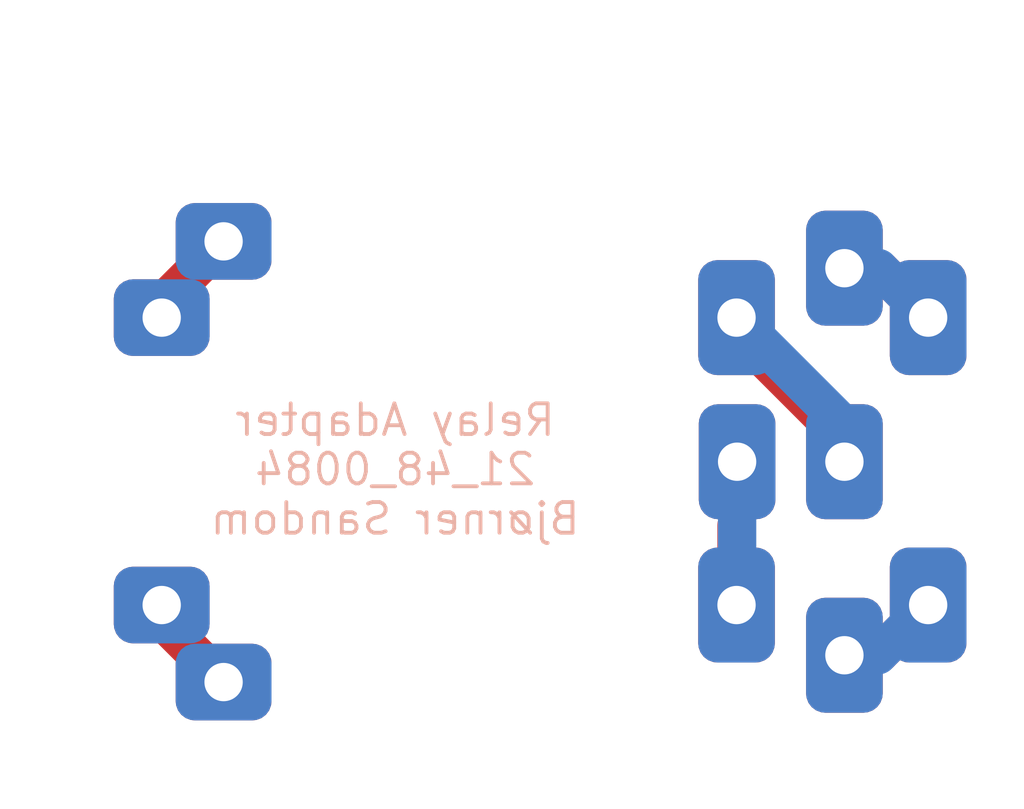
<source format=kicad_pcb>
(kicad_pcb (version 20171130) (host pcbnew "(5.1.10)-1")

  (general
    (thickness 1.6)
    (drawings 5)
    (tracks 20)
    (zones 0)
    (modules 2)
    (nets 7)
  )

  (page A4)
  (layers
    (0 F.Cu signal)
    (31 B.Cu signal)
    (32 B.Adhes user)
    (33 F.Adhes user)
    (34 B.Paste user)
    (35 F.Paste user)
    (36 B.SilkS user)
    (37 F.SilkS user)
    (38 B.Mask user)
    (39 F.Mask user)
    (40 Dwgs.User user)
    (41 Cmts.User user)
    (42 Eco1.User user)
    (43 Eco2.User user)
    (44 Edge.Cuts user)
    (45 Margin user)
    (46 B.CrtYd user)
    (47 F.CrtYd user)
    (48 B.Fab user)
    (49 F.Fab user)
  )

  (setup
    (last_trace_width 0.25)
    (trace_clearance 0.2)
    (zone_clearance 0.508)
    (zone_45_only no)
    (trace_min 0.2)
    (via_size 0.8)
    (via_drill 0.4)
    (via_min_size 0.4)
    (via_min_drill 0.3)
    (uvia_size 0.3)
    (uvia_drill 0.1)
    (uvias_allowed no)
    (uvia_min_size 0.2)
    (uvia_min_drill 0.1)
    (edge_width 0.05)
    (segment_width 0.2)
    (pcb_text_width 0.3)
    (pcb_text_size 1.5 1.5)
    (mod_edge_width 0.12)
    (mod_text_size 1 1)
    (mod_text_width 0.15)
    (pad_size 1.524 1.524)
    (pad_drill 0.762)
    (pad_to_mask_clearance 0)
    (aux_axis_origin 0 0)
    (visible_elements 7FFFFFFF)
    (pcbplotparams
      (layerselection 0x010f0_ffffffff)
      (usegerberextensions true)
      (usegerberattributes true)
      (usegerberadvancedattributes true)
      (creategerberjobfile false)
      (excludeedgelayer true)
      (linewidth 0.100000)
      (plotframeref false)
      (viasonmask false)
      (mode 1)
      (useauxorigin false)
      (hpglpennumber 1)
      (hpglpenspeed 20)
      (hpglpendiameter 15.000000)
      (psnegative false)
      (psa4output false)
      (plotreference true)
      (plotvalue false)
      (plotinvisibletext false)
      (padsonsilk false)
      (subtractmaskfromsilk true)
      (outputformat 1)
      (mirror false)
      (drillshape 0)
      (scaleselection 1)
      (outputdirectory "gerber/"))
  )

  (net 0 "")
  (net 1 "Net-(K1-Pad6)")
  (net 2 "Net-(K1-Pad5)")
  (net 3 "Net-(K1-Pad4)")
  (net 4 "Net-(K1-Pad3)")
  (net 5 "Net-(K1-Pad2)")
  (net 6 "Net-(K1-Pad1)")

  (net_class Default "This is the default net class."
    (clearance 0.2)
    (trace_width 0.25)
    (via_dia 0.8)
    (via_drill 0.4)
    (uvia_dia 0.3)
    (uvia_drill 0.1)
    (add_net "Net-(K1-Pad1)")
    (add_net "Net-(K1-Pad2)")
    (add_net "Net-(K1-Pad3)")
    (add_net "Net-(K1-Pad4)")
    (add_net "Net-(K1-Pad5)")
    (add_net "Net-(K1-Pad6)")
  )

  (module myDevices:Relay_Huldra11 (layer F.Cu) (tedit 61A64686) (tstamp 61A6B341)
    (at 145.125 76.25)
    (path /61A6C673)
    (fp_text reference K2 (at 0 -4.2) (layer F.SilkS) hide
      (effects (font (size 1 1) (thickness 0.15)))
    )
    (fp_text value Relay_Huldra11 (at 0.1 -3.1) (layer F.Fab)
      (effects (font (size 1 1) (thickness 0.15)))
    )
    (fp_line (start -3.5 -3.25) (end 19.5 -3.25) (layer F.CrtYd) (width 0.12))
    (fp_line (start 19.5 -3.25) (end 19.5 14.75) (layer F.CrtYd) (width 0.12))
    (fp_line (start -3.5 14.75) (end -3.5 -3.25) (layer F.CrtYd) (width 0.12))
    (fp_line (start -3.5 14.75) (end 19.5 14.75) (layer F.CrtYd) (width 0.12))
    (pad 10 thru_hole roundrect (at 16.2 10.8) (size 2 3) (drill 1) (layers *.Cu *.Mask) (roundrect_rratio 0.25)
      (net 1 "Net-(K1-Pad6)"))
    (pad 6 thru_hole roundrect (at 16.2 5.75) (size 2 3) (drill 1) (layers *.Cu *.Mask) (roundrect_rratio 0.25)
      (net 4 "Net-(K1-Pad3)"))
    (pad 7 thru_hole roundrect (at 16.2 0.7) (size 2 3) (drill 1) (layers *.Cu *.Mask) (roundrect_rratio 0.25)
      (net 3 "Net-(K1-Pad4)"))
    (pad 9 thru_hole roundrect (at 13.4 5.75) (size 2 3) (drill 1) (layers *.Cu *.Mask) (roundrect_rratio 0.25)
      (net 2 "Net-(K1-Pad5)"))
    (pad 4 thru_hole roundrect (at 0 11.5) (size 2.5 2) (drill 1) (layers *.Cu *.Mask) (roundrect_rratio 0.25)
      (net 5 "Net-(K1-Pad2)"))
    (pad 1 thru_hole roundrect (at 0 0) (size 2.5 2) (drill 1) (layers *.Cu *.Mask) (roundrect_rratio 0.25)
      (net 6 "Net-(K1-Pad1)"))
  )

  (module myDevices:Relay_OSA-SS-224DM5 (layer F.Cu) (tedit 61A64165) (tstamp 61A69C66)
    (at 143.510001 78.240001)
    (path /61A6556C)
    (fp_text reference K1 (at 0 -4.2) (layer F.SilkS) hide
      (effects (font (size 1 1) (thickness 0.15)))
    )
    (fp_text value Relay_OSA-SS-224DM5 (at 9.689999 -7.440001) (layer F.Fab)
      (effects (font (size 1 1) (thickness 0.15)))
    )
    (fp_line (start -2.3 10.3) (end -2.3 -2.8) (layer F.CrtYd) (width 0.12))
    (fp_line (start 22.3 10.3) (end -2.3 10.3) (layer F.CrtYd) (width 0.12))
    (fp_line (start 22.3 -2.8) (end 22.3 10.3) (layer F.CrtYd) (width 0.12))
    (fp_line (start -2.3 -2.8) (end 22.3 -2.8) (layer F.CrtYd) (width 0.12))
    (pad 6 thru_hole roundrect (at 20 7.5) (size 2 3) (drill 1) (layers *.Cu *.Mask) (roundrect_rratio 0.25)
      (net 1 "Net-(K1-Pad6)"))
    (pad 5 thru_hole roundrect (at 15 7.5) (size 2 3) (drill 1) (layers *.Cu *.Mask) (roundrect_rratio 0.25)
      (net 2 "Net-(K1-Pad5)"))
    (pad 4 thru_hole roundrect (at 20 0) (size 2 3) (drill 1) (layers *.Cu *.Mask) (roundrect_rratio 0.25)
      (net 3 "Net-(K1-Pad4)"))
    (pad 3 thru_hole roundrect (at 15 0) (size 2 3) (drill 1) (layers *.Cu *.Mask) (roundrect_rratio 0.25)
      (net 4 "Net-(K1-Pad3)"))
    (pad 2 thru_hole roundrect (at 0 7.5) (size 2.5 2) (drill 1) (layers *.Cu *.Mask) (roundrect_rratio 0.25)
      (net 5 "Net-(K1-Pad2)"))
    (pad 1 thru_hole roundrect (at 0 0) (size 2.5 2) (drill 1) (layers *.Cu *.Mask) (roundrect_rratio 0.25)
      (net 6 "Net-(K1-Pad1)"))
  )

  (gr_line (start 141 89) (end 141 75) (layer Dwgs.User) (width 0.05) (tstamp 61A76DB8))
  (gr_line (start 166 89) (end 141 89) (layer Dwgs.User) (width 0.05))
  (gr_line (start 166 75) (end 166 89) (layer Dwgs.User) (width 0.05))
  (gr_line (start 141 75) (end 166 75) (layer Dwgs.User) (width 0.05))
  (gr_text "Relay Adapter\n21_48_0084\nBjørner Sandom" (at 149.6 82.2) (layer B.SilkS) (tstamp 61A76C08)
    (effects (font (size 0.8 0.8) (thickness 0.1)) (justify mirror))
  )

  (segment (start 162.250002 87) (end 163.510001 85.740001) (width 1) (layer F.Cu) (net 1) (tstamp 61A76BDE))
  (segment (start 161.325 87) (end 162.250002 87) (width 1) (layer F.Cu) (net 1) (tstamp 61A76BEA))
  (segment (start 162.200002 87.05) (end 163.510001 85.740001) (width 1) (layer B.Cu) (net 1) (tstamp 61A76BDB))
  (segment (start 161.325 87.05) (end 162.200002 87.05) (width 1) (layer B.Cu) (net 1) (tstamp 61A76BCC))
  (segment (start 158.510001 85.740001) (end 158.510001 83.664999) (width 1) (layer F.Cu) (net 2) (tstamp 61A76BF6))
  (segment (start 158.525 82) (end 158.525 85.725002) (width 1) (layer B.Cu) (net 2) (tstamp 61A76BD8))
  (segment (start 158.525 85.725002) (end 158.510001 85.740001) (width 1) (layer B.Cu) (net 2) (tstamp 61A76BF3))
  (segment (start 162.27 77) (end 163.510001 78.240001) (width 1) (layer F.Cu) (net 3) (tstamp 61A76BCF))
  (segment (start 161.325 77) (end 162.27 77) (width 1) (layer F.Cu) (net 3) (tstamp 61A76BD5))
  (segment (start 162.22 76.95) (end 163.510001 78.240001) (width 1) (layer B.Cu) (net 3) (tstamp 61A76BE1))
  (segment (start 161.325 76.95) (end 162.22 76.95) (width 1) (layer B.Cu) (net 3) (tstamp 61A76BD2))
  (segment (start 161.325 81.055) (end 158.510001 78.240001) (width 1) (layer B.Cu) (net 4) (tstamp 61A76BF0))
  (segment (start 161.325 82) (end 161.325 81.055) (width 1) (layer B.Cu) (net 4) (tstamp 61A76C05))
  (segment (start 158.510001 78.240001) (end 158.510001 78.589999) (width 0.25) (layer F.Cu) (net 4) (tstamp 61A76C02))
  (segment (start 161.325 81.404998) (end 161.325 82) (width 1) (layer F.Cu) (net 4) (tstamp 61A76BFF))
  (segment (start 158.510001 78.589999) (end 161.325 81.404998) (width 1) (layer F.Cu) (net 4) (tstamp 61A76BF9))
  (segment (start 143.510001 86.135001) (end 145.125 87.75) (width 1) (layer F.Cu) (net 5) (tstamp 61A76BED))
  (segment (start 143.510001 85.740001) (end 143.510001 86.135001) (width 1) (layer F.Cu) (net 5) (tstamp 61A76BE7))
  (segment (start 143.510001 77.864999) (end 145.125 76.25) (width 1) (layer F.Cu) (net 6) (tstamp 61A76BFC))
  (segment (start 143.510001 78.240001) (end 143.510001 77.864999) (width 1) (layer F.Cu) (net 6) (tstamp 61A76BE4))

)

</source>
